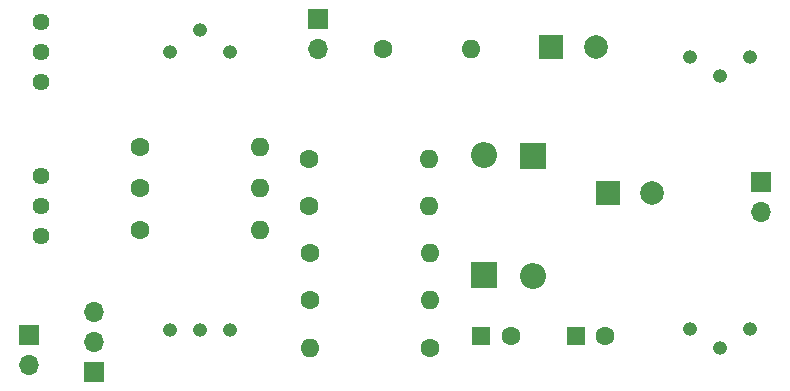
<source format=gbr>
%TF.GenerationSoftware,KiCad,Pcbnew,(7.0.0-0)*%
%TF.CreationDate,2024-02-07T12:32:52+03:00*%
%TF.ProjectId,germanium-amp,6765726d-616e-4697-956d-2d616d702e6b,rev?*%
%TF.SameCoordinates,Original*%
%TF.FileFunction,Soldermask,Top*%
%TF.FilePolarity,Negative*%
%FSLAX46Y46*%
G04 Gerber Fmt 4.6, Leading zero omitted, Abs format (unit mm)*
G04 Created by KiCad (PCBNEW (7.0.0-0)) date 2024-02-07 12:32:52*
%MOMM*%
%LPD*%
G01*
G04 APERTURE LIST*
%ADD10C,1.600000*%
%ADD11O,1.600000X1.600000*%
%ADD12C,1.440000*%
%ADD13R,2.000000X2.000000*%
%ADD14C,2.000000*%
%ADD15O,1.200000X1.200000*%
%ADD16R,1.700000X1.700000*%
%ADD17O,1.700000X1.700000*%
%ADD18R,2.200000X2.200000*%
%ADD19O,2.200000X2.200000*%
%ADD20R,1.600000X1.600000*%
G04 APERTURE END LIST*
D10*
%TO.C,C1*%
X77950000Y-46200000D03*
D11*
X85449999Y-46199999D03*
%TD*%
D12*
%TO.C,UIn1*%
X49000000Y-43950000D03*
X49000000Y-46490000D03*
X49000000Y-49030000D03*
%TD*%
D13*
%TO.C,C2*%
X92199999Y-45999999D03*
D14*
X96000000Y-46000000D03*
%TD*%
D15*
%TO.C,Q3*%
X103959999Y-46899999D03*
X106499999Y-48499999D03*
X109039999Y-46899999D03*
%TD*%
D10*
%TO.C,R4*%
X57420000Y-58000000D03*
D11*
X67579999Y-57999999D03*
%TD*%
D12*
%TO.C,Uout1*%
X49000000Y-56950000D03*
X49000000Y-59490000D03*
X49000000Y-62030000D03*
%TD*%
D16*
%TO.C,J1*%
X110024999Y-57459999D03*
D17*
X110024999Y-59999999D03*
%TD*%
D10*
%TO.C,R6*%
X71740000Y-55500000D03*
D11*
X81899999Y-55499999D03*
%TD*%
D10*
%TO.C,R3*%
X57420000Y-54500000D03*
D11*
X67579999Y-54499999D03*
%TD*%
D18*
%TO.C,D2*%
X86499999Y-65379999D03*
D19*
X86499999Y-55219999D03*
%TD*%
D15*
%TO.C,Q2*%
X59919999Y-46499999D03*
X62459999Y-44599999D03*
X64999999Y-46499999D03*
%TD*%
%TO.C,Q4*%
X103959999Y-69899999D03*
X106499999Y-71499999D03*
X109039999Y-69899999D03*
%TD*%
D20*
%TO.C,C4*%
X94294899Y-70499999D03*
D10*
X96794900Y-70500000D03*
%TD*%
D16*
%TO.C,J2*%
X53474999Y-73524999D03*
D17*
X53474999Y-70984999D03*
X53474999Y-68444999D03*
%TD*%
D10*
%TO.C,R8*%
X71820000Y-63500000D03*
D11*
X81979999Y-63499999D03*
%TD*%
D16*
%TO.C,J4*%
X72499999Y-43659999D03*
D17*
X72499999Y-46199999D03*
%TD*%
D10*
%TO.C,R7*%
X71740000Y-59500000D03*
D11*
X81899999Y-59499999D03*
%TD*%
D13*
%TO.C,C5*%
X96999999Y-58399999D03*
D14*
X100800000Y-58400000D03*
%TD*%
D15*
%TO.C,Q1*%
X59919999Y-69999999D03*
X62459999Y-69999999D03*
X64999999Y-69999999D03*
%TD*%
D18*
%TO.C,D1*%
X90699999Y-55239999D03*
D19*
X90699999Y-65399999D03*
%TD*%
D10*
%TO.C,R5*%
X57420000Y-61500000D03*
D11*
X67579999Y-61499999D03*
%TD*%
D16*
%TO.C,J3*%
X47999999Y-70459999D03*
D17*
X47999999Y-72999999D03*
%TD*%
D10*
%TO.C,R2*%
X82000000Y-71500000D03*
D11*
X71839999Y-71499999D03*
%TD*%
D20*
%TO.C,C3*%
X86294899Y-70499999D03*
D10*
X88794900Y-70500000D03*
%TD*%
%TO.C,R9*%
X71840000Y-67500000D03*
D11*
X81999999Y-67499999D03*
%TD*%
M02*

</source>
